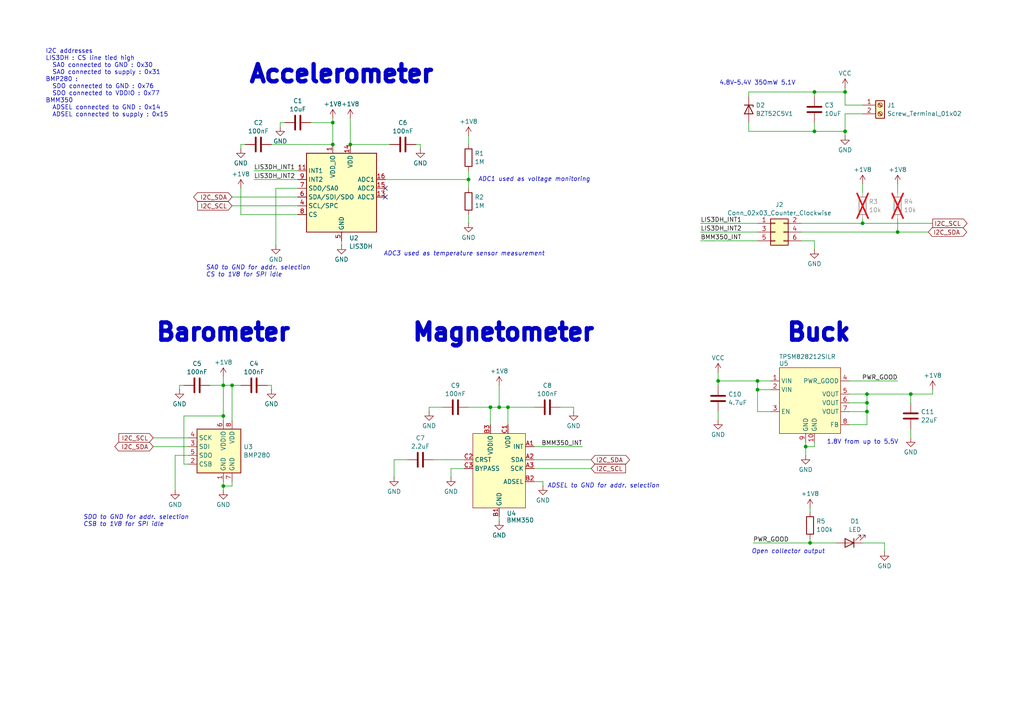
<source format=kicad_sch>
(kicad_sch (version 20231120) (generator "eeschema") (generator_version "8.0")
  (paper "A4")
  (title_block (title "imu-geoloc") (date "2025-02-22") (rev "A00"))
  (lib_symbols
    (symbol "Connector:Screw_Terminal_01x02" (pin_names (offset 1.016) hide)
      (property "Reference" "J" (at 0 2.54 0))
      (property "Value" "Screw_Terminal_01x02" (at 0 -5.08 0))
      (symbol "Screw_Terminal_01x02_1_1"
        (rectangle (start -1.27 1.27) (end 1.27 -3.81) (stroke (width 0.254)) (fill (type background)))
        (circle (center 0 -2.54) (radius 0.635) (stroke (width 0.1524)))
        (polyline (pts (xy -0.5334 -2.2098) (xy 0.3302 -3.048)) (stroke (width 0.1524)))
        (polyline (pts (xy -0.5334 0.3302) (xy 0.3302 -0.508)) (stroke (width 0.1524)))
        (polyline (pts (xy -0.3556 -2.032) (xy 0.508 -2.8702)) (stroke (width 0.1524)))
        (polyline (pts (xy -0.3556 0.508) (xy 0.508 -0.3302)) (stroke (width 0.1524)))
        (circle (center 0 0) (radius 0.635) (stroke (width 0.1524)))
        (pin passive line (at -5.08 0 0) (length 3.81) (name "Pin_1") (number "1"))
        (pin passive line (at -5.08 -2.54 0) (length 3.81) (name "Pin_2") (number "2"))
      )
    )
    (symbol "Connector_Generic:Conn_02x03_Odd_Even" (pin_names (offset 1.016) hide)
      (property "Reference" "J" (at 1.27 5.08 0))
      (property "Value" "Conn_02x03_Odd_Even" (at 1.27 -5.08 0))
      (symbol "Conn_02x03_Odd_Even_1_1"
        (rectangle (start -1.27 -2.413) (end 0 -2.667) (stroke (width 0.1524)))
        (rectangle (start -1.27 0.127) (end 0 -0.127) (stroke (width 0.1524)))
        (rectangle (start -1.27 2.667) (end 0 2.413) (stroke (width 0.1524)))
        (rectangle (start -1.27 3.81) (end 3.81 -3.81) (stroke (width 0.254)) (fill (type background)))
        (rectangle (start 3.81 -2.413) (end 2.54 -2.667) (stroke (width 0.1524)))
        (rectangle (start 3.81 0.127) (end 2.54 -0.127) (stroke (width 0.1524)))
        (rectangle (start 3.81 2.667) (end 2.54 2.413) (stroke (width 0.1524)))
        (pin passive line (at -5.08 2.54 0) (length 3.81) (name "Pin_1") (number "1"))
        (pin passive line (at 7.62 2.54 180) (length 3.81) (name "Pin_2") (number "2"))
        (pin passive line (at -5.08 0 0) (length 3.81) (name "Pin_3") (number "3"))
        (pin passive line (at 7.62 0 180) (length 3.81) (name "Pin_4") (number "4"))
        (pin passive line (at -5.08 -2.54 0) (length 3.81) (name "Pin_5") (number "5"))
        (pin passive line (at 7.62 -2.54 180) (length 3.81) (name "Pin_6") (number "6"))
      )
    )
    (symbol "Device:C" (pin_numbers hide) (pin_names (offset 0.254))
      (property "Reference" "C" (at 0.635 2.54 0))
      (property "Value" "C" (at 0.635 -2.54 0))
      (symbol "C_0_1"
        (polyline (pts (xy -2.032 -0.762) (xy 2.032 -0.762)) (stroke (width 0.508)))
        (polyline (pts (xy -2.032 0.762) (xy 2.032 0.762)) (stroke (width 0.508)))
      )
      (symbol "C_1_1"
        (pin passive line (at 0 3.81 270) (length 2.794) (name "~") (number "1"))
        (pin passive line (at 0 -3.81 90) (length 2.794) (name "~") (number "2"))
      )
    )
    (symbol "Device:D_Zener" (pin_numbers hide) (pin_names (offset 1.016) hide)
      (property "Reference" "D" (at 0 2.54 0))
      (property "Value" "D_Zener" (at 0 -2.54 0))
      (symbol "D_Zener_0_1"
        (polyline (pts (xy 1.27 0) (xy -1.27 0)))
        (polyline (pts (xy -1.27 -1.27) (xy -1.27 1.27) (xy -0.762 1.27)) (stroke (width 0.254)))
        (polyline (pts (xy 1.27 -1.27) (xy 1.27 1.27) (xy -1.27 0) (xy 1.27 -1.27)) (stroke (width 0.254)))
      )
      (symbol "D_Zener_1_1"
        (pin passive line (at -3.81 0 0) (length 2.54) (name "K") (number "1"))
        (pin passive line (at 3.81 0 180) (length 2.54) (name "A") (number "2"))
      )
    )
    (symbol "Device:LED" (pin_numbers hide) (pin_names (offset 1.016) hide)
      (property "Reference" "D" (at 0 2.54 0))
      (property "Value" "LED" (at 0 -2.54 0))
      (symbol "LED_0_1"
        (polyline (pts (xy -1.27 -1.27) (xy -1.27 1.27)) (stroke (width 0.254)))
        (polyline (pts (xy -1.27 0) (xy 1.27 0)))
        (polyline (pts (xy 1.27 -1.27) (xy 1.27 1.27) (xy -1.27 0) (xy 1.27 -1.27)) (stroke (width 0.254)))
        (polyline (pts (xy -3.048 -0.762) (xy -4.572 -2.286) (xy -3.81 -2.286) (xy -4.572 -2.286) (xy -4.572 -1.524)))
        (polyline (pts (xy -1.778 -0.762) (xy -3.302 -2.286) (xy -2.54 -2.286) (xy -3.302 -2.286) (xy -3.302 -1.524)))
      )
      (symbol "LED_1_1"
        (pin passive line (at -3.81 0 0) (length 2.54) (name "K") (number "1"))
        (pin passive line (at 3.81 0 180) (length 2.54) (name "A") (number "2"))
      )
    )
    (symbol "Device:R" (pin_numbers hide) (pin_names (offset 0))
      (property "Reference" "R" (at 2.032 0 90))
      (property "Value" "R" (at 0 0 90))
      (symbol "R_0_1"
        (rectangle (start -1.016 -2.54) (end 1.016 2.54) (stroke (width 0.254)))
      )
      (symbol "R_1_1"
        (pin passive line (at 0 3.81 270) (length 1.27) (name "~") (number "1"))
        (pin passive line (at 0 -3.81 90) (length 1.27) (name "~") (number "2"))
      )
    )
    (symbol "Sensor_Motion:LIS3DH"
      (property "Reference" "U" (at -7.62 11.43 0))
      (property "Value" "LIS3DH" (at 6.35 11.43 0))
      (symbol "LIS3DH_0_1"
        (rectangle (start -10.16 10.16) (end 10.16 -12.7) (stroke (width 0.254)) (fill (type background)))
      )
      (symbol "LIS3DH_1_1"
        (pin power_in line (at -2.54 12.7 270) (length 2.54) (name "VDD_IO") (number "1"))
        (pin passive line (at 0 -15.24 90) (length 2.54) hide (name "GND") (number "10"))
        (pin output line (at -12.7 5.08 0) (length 2.54) (name "INT1") (number "11"))
        (pin passive line (at 0 -15.24 90) (length 2.54) hide (name "GND") (number "12"))
        (pin input line (at 12.7 -2.54 180) (length 2.54) (name "ADC3") (number "13"))
        (pin power_in line (at 2.54 12.7 270) (length 2.54) (name "VDD") (number "14"))
        (pin input line (at 12.7 0 180) (length 2.54) (name "ADC2") (number "15"))
        (pin input line (at 12.7 2.54 180) (length 2.54) (name "ADC1") (number "16"))
        (pin no_connect line (at 10.16 5.08 180) (length 2.54) hide (name "NC") (number "2"))
        (pin no_connect line (at 10.16 7.62 180) (length 2.54) hide (name "NC") (number "3"))
        (pin input line (at -12.7 -5.08 0) (length 2.54) (name "SCL/SPC") (number "4"))
        (pin power_in line (at 0 -15.24 90) (length 2.54) (name "GND") (number "5"))
        (pin bidirectional line (at -12.7 -2.54 0) (length 2.54) (name "SDA/SDI/SDO") (number "6"))
        (pin bidirectional line (at -12.7 0 0) (length 2.54) (name "SDO/SA0") (number "7"))
        (pin input line (at -12.7 -7.62 0) (length 2.54) (name "CS") (number "8"))
        (pin output line (at -12.7 2.54 0) (length 2.54) (name "INT2") (number "9"))
      )
    )
    (symbol "Sensor_Pressure:BMP280"
      (property "Reference" "U" (at -7.62 10.16 0))
      (property "Value" "BMP280" (at 5.08 10.16 0))
      (symbol "BMP280_0_1"
        (rectangle (start -7.62 -5.08) (end 5.08 7.62) (stroke (width 0.254)) (fill (type background)))
      )
      (symbol "BMP280_1_1"
        (pin power_in line (at 0 -7.62 90) (length 2.54) (name "GND") (number "1"))
        (pin input line (at -10.16 -2.54 0) (length 2.54) (name "CSB") (number "2"))
        (pin bidirectional line (at -10.16 2.54 0) (length 2.54) (name "SDI") (number "3"))
        (pin input line (at -10.16 5.08 0) (length 2.54) (name "SCK") (number "4"))
        (pin bidirectional line (at -10.16 0 0) (length 2.54) (name "SDO") (number "5"))
        (pin power_in line (at 0 10.16 270) (length 2.54) (name "VDDIO") (number "6"))
        (pin power_in line (at 2.54 -7.62 90) (length 2.54) (name "GND") (number "7"))
        (pin power_in line (at 2.54 10.16 270) (length 2.54) (name "VDD") (number "8"))
      )
    )
    (symbol "imu-geoloc_lib:BMM350"
      (property "Reference" "U4" (at 2.1941 -14.2931 0))
      (property "Value" "BMM350" (at 6.096 -16.256 0))
      (symbol "BMM350_0_0"
        (pin output line (at 10.16 5.08 180) (length 2.54) (name "INT") (number "A1"))
        (pin bidirectional line (at 10.16 1.27 180) (length 2.54) (name "SDA") (number "A2"))
        (pin bidirectional line (at 10.16 -1.27 180) (length 2.54) (name "SCK") (number "A3"))
        (pin bidirectional line (at 0 -15.24 90) (length 2.54) (name "GND") (number "B1"))
        (pin bidirectional line (at 10.16 -5.08 180) (length 2.54) (name "ADSEL") (number "B2"))
        (pin power_in line (at -2.54 11.43 270) (length 2.54) (name "VDDIO") (number "B3"))
        (pin power_in line (at 2.54 11.43 270) (length 2.54) (name "VDD") (number "C1"))
        (pin bidirectional line (at -10.16 1.27 0) (length 2.54) (name "CRST") (number "C2"))
        (pin bidirectional line (at -10.16 -1.27 0) (length 2.54) (name "BYPASS") (number "C3"))
      )
      (symbol "BMM350_1_1"
        (rectangle (start -7.62 8.89) (end 7.62 -12.7) (fill (type background)))
      )
    )
    (symbol "imu-geoloc_lib:TPSM828212SILR"
      (property "Reference" "U5" (at 0 6.6731 0))
      (property "Value" "TPSM828212SILR" (at 6.858 8.636 0))
      (symbol "TPSM828212SILR_0_0"
        (pin power_in line (at -11.43 1.27 0) (length 2.54) (name "VIN") (number "1"))
        (pin bidirectional line (at 1.27 -16.51 90) (length 2.54) (name "GND") (number "10"))
        (pin power_in line (at -11.43 -1.27 0) (length 2.54) (name "VIN") (number "2"))
        (pin input line (at -11.43 -7.62 0) (length 2.54) (name "EN") (number "3"))
        (pin power_out line (at 11.43 -2.54 180) (length 2.54) (name "VOUT") (number "5"))
        (pin power_out line (at 11.43 -5.08 180) (length 2.54) (name "VOUT") (number "6"))
        (pin power_out line (at 11.43 -7.62 180) (length 2.54) (name "VOUT") (number "7"))
        (pin input line (at 11.43 -11.43 180) (length 2.54) (name "FB") (number "8"))
        (pin bidirectional line (at -1.27 -16.51 90) (length 2.54) (name "GND") (number "9"))
      )
      (symbol "TPSM828212SILR_1_0"
        (pin open_collector line (at 11.43 1.27 180) (length 2.54) (name "PWR_GOOD") (number "4"))
      )
      (symbol "TPSM828212SILR_1_1"
        (rectangle (start -8.89 5.08) (end 8.89 -13.97) (fill (type background)))
      )
    )
    (symbol "power:+1V8" (power) (pin_numbers hide) (pin_names (offset 0) hide)
      (property "Value" "+1V8" (at 0 3.556 0))
      (symbol "+1V8_0_1"
        (polyline (pts (xy -0.762 1.27) (xy 0 2.54)))
        (polyline (pts (xy 0 0) (xy 0 2.54)))
        (polyline (pts (xy 0 2.54) (xy 0.762 1.27)))
      )
      (symbol "+1V8_1_1"
        (pin power_in line (at 0 0 90) (length 0) (name "~") (number "1"))
      )
    )
    (symbol "power:GND" (power) (pin_numbers hide) (pin_names (offset 0) hide)
      (property "Value" "GND" (at 0 -3.81 0))
      (symbol "GND_0_1"
        (polyline (pts (xy 0 0) (xy 0 -1.27) (xy 1.27 -1.27) (xy 0 -2.54) (xy -1.27 -1.27) (xy 0 -1.27)))
      )
      (symbol "GND_1_1"
        (pin power_in line (at 0 0 270) (length 0) (name "~") (number "1"))
      )
    )
    (symbol "power:VCC" (power) (pin_numbers hide) (pin_names (offset 0) hide)
      (property "Value" "VCC" (at 0 3.556 0))
      (symbol "VCC_0_1"
        (polyline (pts (xy -0.762 1.27) (xy 0 2.54)))
        (polyline (pts (xy 0 0) (xy 0 2.54)))
        (polyline (pts (xy 0 2.54) (xy 0.762 1.27)))
      )
      (symbol "VCC_1_1"
        (pin power_in line (at 0 0 90) (length 0) (name "~") (number "1"))
      )
    )
  )
  (junction (at 96.52 41.91))
  (junction (at 260.35 67.31))
  (junction (at 147.32 118.11))
  (junction (at 251.46 114.3))
  (junction (at 101.6 41.91))
  (junction (at 64.77 111.76))
  (junction (at 219.71 113.03))
  (junction (at 251.46 116.84))
  (junction (at 142.24 118.11))
  (junction (at 236.22 38.1))
  (junction (at 135.89 52.07))
  (junction (at 208.28 110.49))
  (junction (at 245.11 38.1))
  (junction (at 250.19 64.77))
  (junction (at 236.22 26.67))
  (junction (at 67.31 111.76))
  (junction (at 245.11 26.67))
  (junction (at 234.95 157.48))
  (junction (at 233.68 129.54))
  (junction (at 144.78 118.11))
  (junction (at 64.77 140.97))
  (junction (at 96.52 35.56))
  (junction (at 64.77 120.65))
  (junction (at 219.71 110.49))
  (junction (at 264.16 114.3))
  (junction (at 251.46 119.38))
  (no_connect (at 111.76 54.61))
  (no_connect (at 111.76 57.15))
  (wire (pts (xy 236.22 26.67) (xy 217.17 26.67)))
  (wire (pts (xy 232.41 67.31) (xy 260.35 67.31)))
  (wire (pts (xy 111.76 52.07) (xy 135.89 52.07)))
  (wire (pts (xy 245.11 30.48) (xy 245.11 26.67)))
  (wire (pts (xy 101.6 41.91) (xy 113.03 41.91)))
  (wire (pts (xy 53.34 120.65) (xy 64.77 120.65)))
  (wire (pts (xy 245.11 38.1) (xy 245.11 39.37)))
  (wire (pts (xy 78.74 41.91) (xy 96.52 41.91)))
  (wire (pts (xy 144.78 118.11) (xy 147.32 118.11)))
  (wire (pts (xy 246.38 116.84) (xy 251.46 116.84)))
  (wire (pts (xy 260.35 63.5) (xy 260.35 67.31)))
  (wire (pts (xy 135.89 39.37) (xy 135.89 41.91)))
  (wire (pts (xy 246.38 123.19) (xy 251.46 123.19)))
  (wire (pts (xy 69.85 41.91) (xy 69.85 43.18)))
  (wire (pts (xy 77.47 111.76) (xy 78.74 111.76)))
  (wire (pts (xy 250.19 30.48) (xy 245.11 30.48)))
  (wire (pts (xy 86.36 62.23) (xy 69.85 62.23)))
  (wire (pts (xy 219.71 110.49) (xy 208.28 110.49)))
  (wire (pts (xy 80.01 54.61) (xy 80.01 71.12)))
  (wire (pts (xy 251.46 114.3) (xy 264.16 114.3)))
  (wire (pts (xy 218.44 157.48) (xy 234.95 157.48)))
  (wire (pts (xy 90.17 35.56) (xy 96.52 35.56)))
  (wire (pts (xy 44.45 129.54) (xy 54.61 129.54)))
  (wire (pts (xy 67.31 111.76) (xy 69.85 111.76)))
  (wire (pts (xy 81.28 35.56) (xy 81.28 36.83)))
  (wire (pts (xy 236.22 128.27) (xy 236.22 129.54)))
  (wire (pts (xy 125.73 133.35) (xy 134.62 133.35)))
  (wire (pts (xy 246.38 119.38) (xy 251.46 119.38)))
  (wire (pts (xy 203.2 69.85) (xy 219.71 69.85)))
  (wire (pts (xy 236.22 26.67) (xy 245.11 26.67)))
  (wire (pts (xy 251.46 116.84) (xy 251.46 114.3)))
  (wire (pts (xy 223.52 113.03) (xy 219.71 113.03)))
  (wire (pts (xy 67.31 57.15) (xy 86.36 57.15)))
  (wire (pts (xy 250.19 63.5) (xy 250.19 64.77)))
  (wire (pts (xy 250.19 64.77) (xy 270.51 64.77)))
  (wire (pts (xy 217.17 26.67) (xy 217.17 27.94)))
  (wire (pts (xy 99.06 69.85) (xy 99.06 71.12)))
  (wire (pts (xy 78.74 111.76) (xy 78.74 113.03)))
  (wire (pts (xy 101.6 34.29) (xy 101.6 41.91)))
  (wire (pts (xy 256.54 157.48) (xy 256.54 160.02)))
  (wire (pts (xy 114.3 133.35) (xy 114.3 138.43)))
  (wire (pts (xy 69.85 54.61) (xy 69.85 62.23)))
  (wire (pts (xy 54.61 134.62) (xy 53.34 134.62)))
  (wire (pts (xy 250.19 33.02) (xy 245.11 33.02)))
  (wire (pts (xy 135.89 49.53) (xy 135.89 52.07)))
  (wire (pts (xy 251.46 119.38) (xy 251.46 116.84)))
  (wire (pts (xy 154.94 133.35) (xy 171.45 133.35)))
  (wire (pts (xy 142.24 118.11) (xy 142.24 123.19)))
  (wire (pts (xy 208.28 107.95) (xy 208.28 110.49)))
  (wire (pts (xy 250.19 157.48) (xy 256.54 157.48)))
  (wire (pts (xy 154.94 129.54) (xy 168.91 129.54)))
  (wire (pts (xy 64.77 109.22) (xy 64.77 111.76)))
  (wire (pts (xy 250.19 53.34) (xy 250.19 55.88)))
  (wire (pts (xy 147.32 118.11) (xy 154.94 118.11)))
  (wire (pts (xy 64.77 120.65) (xy 64.77 121.92)))
  (wire (pts (xy 118.11 133.35) (xy 114.3 133.35)))
  (wire (pts (xy 96.52 35.56) (xy 96.52 41.91)))
  (wire (pts (xy 251.46 123.19) (xy 251.46 119.38)))
  (wire (pts (xy 217.17 38.1) (xy 236.22 38.1)))
  (wire (pts (xy 53.34 134.62) (xy 53.34 120.65)))
  (wire (pts (xy 130.81 138.43) (xy 130.81 135.89)))
  (wire (pts (xy 86.36 54.61) (xy 80.01 54.61)))
  (wire (pts (xy 147.32 118.11) (xy 147.32 123.19)))
  (wire (pts (xy 135.89 52.07) (xy 135.89 54.61)))
  (wire (pts (xy 236.22 38.1) (xy 245.11 38.1)))
  (wire (pts (xy 144.78 111.76) (xy 144.78 118.11)))
  (wire (pts (xy 233.68 129.54) (xy 233.68 132.08)))
  (wire (pts (xy 236.22 35.56) (xy 236.22 38.1)))
  (wire (pts (xy 142.24 118.11) (xy 144.78 118.11)))
  (wire (pts (xy 264.16 114.3) (xy 264.16 116.84)))
  (wire (pts (xy 60.96 111.76) (xy 64.77 111.76)))
  (wire (pts (xy 236.22 129.54) (xy 233.68 129.54)))
  (wire (pts (xy 128.27 118.11) (xy 124.46 118.11)))
  (wire (pts (xy 234.95 156.21) (xy 234.95 157.48)))
  (wire (pts (xy 135.89 118.11) (xy 142.24 118.11)))
  (wire (pts (xy 245.11 26.67) (xy 245.11 25.4)))
  (wire (pts (xy 264.16 124.46) (xy 264.16 127)))
  (wire (pts (xy 260.35 67.31) (xy 269.24 67.31)))
  (wire (pts (xy 144.78 149.86) (xy 144.78 151.13)))
  (wire (pts (xy 71.12 41.91) (xy 69.85 41.91)))
  (wire (pts (xy 154.94 139.7) (xy 157.48 139.7)))
  (wire (pts (xy 50.8 132.08) (xy 50.8 142.24)))
  (wire (pts (xy 120.65 41.91) (xy 121.92 41.91)))
  (wire (pts (xy 236.22 69.85) (xy 236.22 72.39)))
  (wire (pts (xy 52.07 111.76) (xy 52.07 113.03)))
  (wire (pts (xy 130.81 135.89) (xy 134.62 135.89)))
  (wire (pts (xy 53.34 111.76) (xy 52.07 111.76)))
  (wire (pts (xy 44.45 127) (xy 54.61 127)))
  (wire (pts (xy 166.37 118.11) (xy 166.37 119.38)))
  (wire (pts (xy 270.51 113.03) (xy 270.51 114.3)))
  (wire (pts (xy 67.31 111.76) (xy 67.31 121.92)))
  (wire (pts (xy 246.38 114.3) (xy 251.46 114.3)))
  (wire (pts (xy 64.77 140.97) (xy 64.77 142.24)))
  (wire (pts (xy 54.61 132.08) (xy 50.8 132.08)))
  (wire (pts (xy 124.46 118.11) (xy 124.46 119.38)))
  (wire (pts (xy 64.77 139.7) (xy 64.77 140.97)))
  (wire (pts (xy 223.52 119.38) (xy 219.71 119.38)))
  (wire (pts (xy 67.31 59.69) (xy 86.36 59.69)))
  (wire (pts (xy 264.16 114.3) (xy 270.51 114.3)))
  (wire (pts (xy 236.22 27.94) (xy 236.22 26.67)))
  (wire (pts (xy 208.28 110.49) (xy 208.28 111.76)))
  (wire (pts (xy 232.41 69.85) (xy 236.22 69.85)))
  (wire (pts (xy 67.31 140.97) (xy 64.77 140.97)))
  (wire (pts (xy 73.66 52.07) (xy 86.36 52.07)))
  (wire (pts (xy 232.41 64.77) (xy 250.19 64.77)))
  (wire (pts (xy 157.48 139.7) (xy 157.48 140.97)))
  (wire (pts (xy 245.11 33.02) (xy 245.11 38.1)))
  (wire (pts (xy 217.17 35.56) (xy 217.17 38.1)))
  (wire (pts (xy 96.52 34.29) (xy 96.52 35.56)))
  (wire (pts (xy 73.66 49.53) (xy 86.36 49.53)))
  (wire (pts (xy 121.92 41.91) (xy 121.92 43.18)))
  (wire (pts (xy 233.68 128.27) (xy 233.68 129.54)))
  (wire (pts (xy 203.2 67.31) (xy 219.71 67.31)))
  (wire (pts (xy 219.71 119.38) (xy 219.71 113.03)))
  (wire (pts (xy 234.95 147.32) (xy 234.95 148.59)))
  (wire (pts (xy 154.94 135.89) (xy 171.45 135.89)))
  (wire (pts (xy 203.2 64.77) (xy 219.71 64.77)))
  (wire (pts (xy 223.52 110.49) (xy 219.71 110.49)))
  (wire (pts (xy 67.31 139.7) (xy 67.31 140.97)))
  (wire (pts (xy 64.77 111.76) (xy 67.31 111.76)))
  (wire (pts (xy 208.28 119.38) (xy 208.28 121.92)))
  (wire (pts (xy 162.56 118.11) (xy 166.37 118.11)))
  (wire (pts (xy 64.77 111.76) (xy 64.77 120.65)))
  (wire (pts (xy 234.95 157.48) (xy 242.57 157.48)))
  (wire (pts (xy 246.38 110.49) (xy 260.35 110.49)))
  (wire (pts (xy 135.89 62.23) (xy 135.89 64.77)))
  (wire (pts (xy 260.35 53.34) (xy 260.35 55.88)))
  (wire (pts (xy 82.55 35.56) (xy 81.28 35.56)))
  (wire (pts (xy 219.71 113.03) (xy 219.71 110.49)))
  (text "SDO to GND for addr. selection\nCSB to 1V8 for SPI idle" (at 24.13 151.13 0) (effects (font (size 1.27 1.27) (italic yes)) (justify left)))
  (text "1.8V from up to 5.5V" (at 250.19 128.27 0) (effects (font (size 1.27 1.27))))
  (text "ADC1 used as voltage monitoring" (at 154.94 52.07 0) (effects (font (size 1.27 1.27) (italic yes))))
  (text "I2C addresses\nLIS3DH : CS line tied high\n  SA0 connected to GND : 0x30\n  SA0 connected to supply : 0x31\nBMP280 : \n  SDO connected to GND : 0x76\n  SDO connected to VDDIO : 0x77\nBMM350\n  ADSEL connected to GND : 0x14\n  ADSEL connected to supply : 0x15" (at 13.208 24.13 0) (effects (font (size 1.27 1.27)) (justify left)))
  (text "Magnetometer" (at 146.05 96.52 0) (effects (font (size 5 5) (thickness 2) (bold yes))))
  (text "Open collector output" (at 228.6 160.02 0) (effects (font (size 1.27 1.27) (italic yes))))
  (text "ADC3 used as temperature sensor measurement" (at 134.62 73.66 0) (effects (font (size 1.27 1.27) (italic yes))))
  (text "ADSEL to GND for addr. selection" (at 158.75 140.97 0) (effects (font (size 1.27 1.27) (italic yes)) (justify left)))
  (text "Accelerometer" (at 99.06 21.59 0) (effects (font (size 5 5) (thickness 2) (bold yes))))
  (text "Buck" (at 237.49 96.52 0) (effects (font (size 5 5) (thickness 2) (bold yes))))
  (text "Barometer" (at 64.77 96.52 0) (effects (font (size 5 5) (thickness 2) (bold yes))))
  (text "4.8V~5.4V 350mW 5.1V" (at 219.71 24.13 0) (effects (font (size 1.27 1.27))))
  (text "SA0 to GND for addr. selection\nCS to 1V8 for SPI idle" (at 59.69 78.74 0) (effects (font (size 1.27 1.27) (italic yes)) (justify left)))
  (label "LIS3DH_INT1" (at 203.2 64.77 0))
  (label "LIS3DH_INT2" (at 203.2 67.31 0))
  (label "BMM350_INT" (at 203.2 69.85 0))
  (label "PWR_GOOD" (at 260.35 110.49 180))
  (label "PWR_GOOD" (at 218.44 157.48 0))
  (label "BMM350_INT" (at 168.91 129.54 180))
  (label "LIS3DH_INT1" (at 73.66 49.53 0))
  (label "LIS3DH_INT2" (at 73.66 52.07 0))
  (global_label "I2C_SCL" (shape output) (at 270.51 64.77 0) (property "Intersheetrefs" "${INTERSHEET_REFS}" (effects (hide yes))))
  (global_label "I2C_SCL" (shape input) (at 67.31 59.69 180) (property "Intersheetrefs" "${INTERSHEET_REFS}" (effects (hide yes))))
  (global_label "I2C_SDA" (shape bidirectional) (at 67.31 57.15 180) (property "Intersheetrefs" "${INTERSHEET_REFS}" (effects (hide yes))))
  (global_label "I2C_SDA" (shape bidirectional) (at 44.45 129.54 180) (property "Intersheetrefs" "${INTERSHEET_REFS}" (effects (hide yes))))
  (global_label "I2C_SDA" (shape bidirectional) (at 269.24 67.31 0) (property "Intersheetrefs" "${INTERSHEET_REFS}" (effects (hide yes))))
  (global_label "I2C_SDA" (shape bidirectional) (at 171.45 133.35 0) (property "Intersheetrefs" "${INTERSHEET_REFS}" (effects (hide yes))))
  (global_label "I2C_SCL" (shape input) (at 171.45 135.89 0) (property "Intersheetrefs" "${INTERSHEET_REFS}" (effects (hide yes))))
  (global_label "I2C_SCL" (shape input) (at 44.45 127 180) (property "Intersheetrefs" "${INTERSHEET_REFS}" (effects (hide yes))))
  (symbol (lib_id "power:+1V8") (at 69.85 54.61 0) (unit 1)
    (property "Reference" "#PWR010" (effects (hide yes)))
    (property "Value" "+1V8" (at 69.85 50.4769 0))
    (property "Description" "Power symbol creates a global label with name \"+1V8\"" (effects (hide yes)))
  )
  (symbol (lib_id "Device:D_Zener") (at 217.17 31.75 270) (unit 1)
    (property "Reference" "D2" (at 219.202 30.5378 90) (effects (justify left)))
    (property "Value" "BZT52C5V1" (at 219.202 32.9621 90) (effects (justify left)))
    (property "Footprint" "Diode_SMD:D_SOD-123" (effects (hide yes)))
    (property "Datasheet" "https://jlcpcb.com/api/file/downloadByFileSystemAccessId/8579710347722620928" (effects (hide yes)))
    (property "Description" "Zener diode" (effects (hide yes)))
  )
  (symbol (lib_id "power:GND") (at 80.01 71.12 0) (unit 1)
    (property "Reference" "#PWR09" (effects (hide yes)))
    (property "Value" "GND" (at 80.01 75.2531 0))
    (property "Description" "Power symbol creates a global label with name \"GND\" , ground" (effects (hide yes)))
  )
  (symbol (lib_id "Device:R") (at 135.89 45.72 0) (unit 1)
    (property "Reference" "R1" (at 137.668 44.5078 0) (effects (justify left)))
    (property "Value" "1M" (at 137.668 46.9321 0) (effects (justify left)))
    (property "Footprint" "Resistor_SMD:R_0603_1608Metric" (effects (hide yes)))
    (property "Description" "Resistor" (effects (hide yes)))
  )
  (symbol (lib_id "Device:C") (at 132.08 118.11 90) (unit 1)
    (property "Reference" "C9" (at 132.08 111.8065 90))
    (property "Value" "100nF" (at 132.08 114.2308 90))
    (property "Footprint" "Capacitor_SMD:C_0603_1608Metric" (effects (hide yes)))
    (property "Description" "Unpolarized capacitor" (effects (hide yes)))
  )
  (symbol (lib_id "power:GND") (at 144.78 151.13 0) (unit 1)
    (property "Reference" "#PWR021" (effects (hide yes)))
    (property "Value" "GND" (at 144.78 155.2631 0))
    (property "Description" "Power symbol creates a global label with name \"GND\" , ground" (effects (hide yes)))
  )
  (symbol (lib_id "power:+1V8") (at 250.19 53.34 0) (unit 1)
    (property "Reference" "#PWR034" (effects (hide yes)))
    (property "Value" "+1V8" (at 250.19 49.2069 0))
    (property "Description" "Power symbol creates a global label with name \"+1V8\"" (effects (hide yes)))
  )
  (symbol (lib_id "Sensor_Motion:LIS3DH") (at 99.06 54.61 0) (unit 1)
    (property "Reference" "U2" (at 101.2541 69.0301 0) (effects (justify left)))
    (property "Value" "LIS3DH" (at 101.2541 71.4544 0) (effects (justify left)))
    (property "Footprint" "Package_LGA:LGA-16_3x3mm_P0.5mm_LayoutBorder3x5y" (effects (hide yes)))
    (property "Datasheet" "https://www.st.com/resource/en/datasheet/cd00274221.pdf" (effects (hide yes)))
    (property "Description" "3-Axis Accelerometer, 2/4/8/16g range, I2C/SPI interface, LGA-16" (effects (hide yes)))
  )
  (symbol (lib_id "Device:C") (at 236.22 31.75 0) (unit 1)
    (property "Reference" "C3" (at 239.141 30.5378 0) (effects (justify left)))
    (property "Value" "10uF" (at 239.141 32.9621 0) (effects (justify left)))
    (property "Footprint" "Capacitor_SMD:C_0805_2012Metric" (effects (hide yes)))
    (property "Description" "Unpolarized capacitor" (effects (hide yes)))
  )
  (symbol (lib_id "power:+1V8") (at 270.51 113.03 0) (unit 1)
    (property "Reference" "#PWR029" (effects (hide yes)))
    (property "Value" "+1V8" (at 270.51 108.8969 0))
    (property "Description" "Power symbol creates a global label with name \"+1V8\"" (effects (hide yes)))
  )
  (symbol (lib_id "power:GND") (at 166.37 119.38 0) (unit 1)
    (property "Reference" "#PWR023" (effects (hide yes)))
    (property "Value" "GND" (at 166.37 123.5131 0))
    (property "Description" "Power symbol creates a global label with name \"GND\" , ground" (effects (hide yes)))
  )
  (symbol (lib_id "imu-geoloc_lib:TPSM828212SILR") (at 234.95 111.76 0) (unit 1)
    (property "Reference" "U5" (at 227.33 105.41 0))
    (property "Value" "TPSM828212SILR" (at 234.188 103.4471 0))
    (property "Footprint" "imu-geoloc_lib:uSIP10" (effects (hide yes)))
    (property "Datasheet" "https://www.ti.com/lit/ds/symlink/tpsm82823.pdf" (effects (hide yes)))
    (property "Description" " 1-A, 2-A, and 3-A High Efficiency Step-Down Converter MicroSiP™ Power Module with Integrated Inductor" (effects (hide yes)))
  )
  (symbol (lib_id "power:GND") (at 130.81 138.43 0) (unit 1)
    (property "Reference" "#PWR020" (effects (hide yes)))
    (property "Value" "GND" (at 130.81 142.5631 0))
    (property "Description" "Power symbol creates a global label with name \"GND\" , ground" (effects (hide yes)))
  )
  (symbol (lib_id "Connector_Generic:Conn_02x03_Odd_Even") (at 224.79 67.31 0) (unit 1)
    (property "Reference" "J2" (at 226.06 59.3555 0))
    (property "Value" "Conn_02x03_Counter_Clockwise" (at 226.06 61.7798 0))
    (property "Footprint" "Connector_PinHeader_2.54mm:PinHeader_2x03_P2.54mm_Vertical" (effects (hide yes)))
    (property "Description" "Generic connector, double row, 02x03, odd/even pin numbering scheme (row 1 odd numbers, row 2 even numbers), script generated (kicad-library-utils/schlib/autogen/connector/)" (effects (hide yes)))
  )
  (symbol (lib_id "power:GND") (at 50.8 142.24 0) (unit 1)
    (property "Reference" "#PWR018" (effects (hide yes)))
    (property "Value" "GND" (at 50.8 146.3731 0))
    (property "Description" "Power symbol creates a global label with name \"GND\" , ground" (effects (hide yes)))
  )
  (symbol (lib_id "power:GND") (at 99.06 71.12 0) (unit 1)
    (property "Reference" "#PWR03" (effects (hide yes)))
    (property "Value" "GND" (at 99.06 75.2531 0))
    (property "Description" "Power symbol creates a global label with name \"GND\" , ground" (effects (hide yes)))
  )
  (symbol (lib_id "Device:C") (at 74.93 41.91 90) (unit 1)
    (property "Reference" "C2" (at 74.93 35.6065 90))
    (property "Value" "100nF" (at 74.93 38.0308 90))
    (property "Footprint" "Capacitor_SMD:C_0603_1608Metric" (effects (hide yes)))
    (property "Description" "Unpolarized capacitor" (effects (hide yes)))
  )
  (symbol (lib_id "power:+1V8") (at 135.89 39.37 0) (unit 1)
    (property "Reference" "#PWR02" (effects (hide yes)))
    (property "Value" "+1V8" (at 135.89 35.2369 0))
    (property "Description" "Power symbol creates a global label with name \"+1V8\"" (effects (hide yes)))
  )
  (symbol (lib_id "power:+1V8") (at 101.6 34.29 0) (unit 1)
    (property "Reference" "#PWR015" (effects (hide yes)))
    (property "Value" "+1V8" (at 101.6 30.1569 0))
    (property "Description" "Power symbol creates a global label with name \"+1V8\"" (effects (hide yes)))
  )
  (symbol (lib_id "power:GND") (at 256.54 160.02 0) (unit 1)
    (property "Reference" "#PWR031" (effects (hide yes)))
    (property "Value" "GND" (at 256.54 164.1531 0))
    (property "Description" "Power symbol creates a global label with name \"GND\" , ground" (effects (hide yes)))
  )
  (symbol (lib_id "power:GND") (at 208.28 121.92 0) (unit 1)
    (property "Reference" "#PWR026" (effects (hide yes)))
    (property "Value" "GND" (at 208.28 126.0531 0))
    (property "Description" "Power symbol creates a global label with name \"GND\" , ground" (effects (hide yes)))
  )
  (symbol (lib_id "power:GND") (at 81.28 36.83 0) (unit 1)
    (property "Reference" "#PWR05" (effects (hide yes)))
    (property "Value" "GND" (at 81.28 40.9631 0))
    (property "Description" "Power symbol creates a global label with name \"GND\" , ground" (effects (hide yes)))
  )
  (symbol (lib_id "power:GND") (at 121.92 43.18 0) (mirror y) (unit 1)
    (property "Reference" "#PWR016" (effects (hide yes)))
    (property "Value" "GND" (at 121.92 47.3131 0))
    (property "Description" "Power symbol creates a global label with name \"GND\" , ground" (effects (hide yes)))
  )
  (symbol (lib_id "power:+1V8") (at 234.95 147.32 0) (unit 1)
    (property "Reference" "#PWR032" (effects (hide yes)))
    (property "Value" "+1V8" (at 234.95 143.1869 0))
    (property "Description" "Power symbol creates a global label with name \"+1V8\"" (effects (hide yes)))
  )
  (symbol (lib_id "Connector:Screw_Terminal_01x02") (at 255.27 30.48 0) (unit 1)
    (property "Reference" "J1" (at 257.302 30.5378 0) (effects (justify left)))
    (property "Value" "Screw_Terminal_01x02" (at 257.302 32.9621 0) (effects (justify left)))
    (property "Footprint" "TerminalBlock:TerminalBlock_bornier-2_P5.08mm" (effects (hide yes)))
    (property "Description" "Generic screw terminal, single row, 01x02, script generated (kicad-library-utils/schlib/autogen/connector/)" (effects (hide yes)))
  )
  (symbol (lib_id "power:GND") (at 64.77 142.24 0) (unit 1)
    (property "Reference" "#PWR017" (effects (hide yes)))
    (property "Value" "GND" (at 64.77 146.3731 0))
    (property "Description" "Power symbol creates a global label with name \"GND\" , ground" (effects (hide yes)))
  )
  (symbol (lib_id "Device:C") (at 208.28 115.57 0) (unit 1)
    (property "Reference" "C10" (at 211.201 114.3578 0) (effects (justify left)))
    (property "Value" "4.7uF" (at 211.201 116.7821 0) (effects (justify left)))
    (property "Footprint" "Capacitor_SMD:C_0805_2012Metric" (effects (hide yes)))
    (property "Description" "Unpolarized capacitor" (effects (hide yes)))
  )
  (symbol (lib_id "power:+1V8") (at 96.52 34.29 0) (unit 1)
    (property "Reference" "#PWR04" (effects (hide yes)))
    (property "Value" "+1V8" (at 96.52 30.1569 0))
    (property "Description" "Power symbol creates a global label with name \"+1V8\"" (effects (hide yes)))
  )
  (symbol (lib_id "power:+1V8") (at 260.35 53.34 0) (unit 1)
    (property "Reference" "#PWR033" (effects (hide yes)))
    (property "Value" "+1V8" (at 260.35 49.2069 0))
    (property "Description" "Power symbol creates a global label with name \"+1V8\"" (effects (hide yes)))
  )
  (symbol (lib_id "Device:C") (at 264.16 120.65 0) (unit 1)
    (property "Reference" "C11" (at 267.081 119.4378 0) (effects (justify left)))
    (property "Value" "22uF" (at 267.081 121.8621 0) (effects (justify left)))
    (property "Footprint" "Capacitor_SMD:C_0805_2012Metric" (effects (hide yes)))
    (property "Description" "Unpolarized capacitor" (effects (hide yes)))
  )
  (symbol (lib_id "Device:C") (at 86.36 35.56 90) (unit 1)
    (property "Reference" "C1" (at 86.36 29.2565 90))
    (property "Value" "10uF" (at 86.36 31.6808 90))
    (property "Footprint" "Capacitor_SMD:C_0805_2012Metric" (effects (hide yes)))
    (property "Description" "Unpolarized capacitor" (effects (hide yes)))
  )
  (symbol (lib_id "power:VCC") (at 245.11 25.4 0) (unit 1)
    (property "Reference" "#PWR07" (effects (hide yes)))
    (property "Value" "VCC" (at 245.11 21.2669 0))
    (property "Description" "Power symbol creates a global label with name \"VCC\"" (effects (hide yes)))
  )
  (symbol (lib_id "power:VCC") (at 208.28 107.95 0) (unit 1)
    (property "Reference" "#PWR030" (effects (hide yes)))
    (property "Value" "VCC" (at 208.28 103.8169 0))
    (property "Description" "Power symbol creates a global label with name \"VCC\"" (effects (hide yes)))
  )
  (symbol (lib_id "power:GND") (at 114.3 138.43 0) (unit 1)
    (property "Reference" "#PWR019" (effects (hide yes)))
    (property "Value" "GND" (at 114.3 142.5631 0))
    (property "Description" "Power symbol creates a global label with name \"GND\" , ground" (effects (hide yes)))
  )
  (symbol (lib_id "power:GND") (at 52.07 113.03 0) (unit 1)
    (property "Reference" "#PWR013" (effects (hide yes)))
    (property "Value" "GND" (at 52.07 117.1631 0))
    (property "Description" "Power symbol creates a global label with name \"GND\" , ground" (effects (hide yes)))
  )
  (symbol (lib_id "power:GND") (at 264.16 127 0) (unit 1)
    (property "Reference" "#PWR028" (effects (hide yes)))
    (property "Value" "GND" (at 264.16 131.1331 0))
    (property "Description" "Power symbol creates a global label with name \"GND\" , ground" (effects (hide yes)))
  )
  (symbol (lib_id "power:GND") (at 236.22 72.39 0) (unit 1)
    (property "Reference" "#PWR011" (effects (hide yes)))
    (property "Value" "GND" (at 236.22 76.5231 0))
    (property "Description" "Power symbol creates a global label with name \"GND\" , ground" (effects (hide yes)))
  )
  (symbol (lib_id "Device:C") (at 116.84 41.91 270) (mirror x) (unit 1)
    (property "Reference" "C6" (at 116.84 35.6065 90))
    (property "Value" "100nF" (at 116.84 38.0308 90))
    (property "Footprint" "Capacitor_SMD:C_0603_1608Metric" (effects (hide yes)))
    (property "Description" "Unpolarized capacitor" (effects (hide yes)))
  )
  (symbol (lib_id "power:+1V8") (at 64.77 109.22 0) (unit 1)
    (property "Reference" "#PWR014" (effects (hide yes)))
    (property "Value" "+1V8" (at 64.77 105.0869 0))
    (property "Description" "Power symbol creates a global label with name \"+1V8\"" (effects (hide yes)))
  )
  (symbol (lib_id "Device:C") (at 73.66 111.76 270) (mirror x) (unit 1)
    (property "Reference" "C4" (at 73.66 105.4565 90))
    (property "Value" "100nF" (at 73.66 107.8808 90))
    (property "Footprint" "Capacitor_SMD:C_0603_1608Metric" (effects (hide yes)))
    (property "Description" "Unpolarized capacitor" (effects (hide yes)))
  )
  (symbol (lib_id "power:+1V8") (at 144.78 111.76 0) (unit 1)
    (property "Reference" "#PWR025" (effects (hide yes)))
    (property "Value" "+1V8" (at 144.78 107.6269 0))
    (property "Description" "Power symbol creates a global label with name \"+1V8\"" (effects (hide yes)))
  )
  (symbol (lib_id "power:GND") (at 245.11 39.37 0) (unit 1)
    (property "Reference" "#PWR08" (effects (hide yes)))
    (property "Value" "GND" (at 245.11 43.5031 0))
    (property "Description" "Power symbol creates a global label with name \"GND\" , ground" (effects (hide yes)))
  )
  (symbol (lib_id "power:GND") (at 69.85 43.18 0) (unit 1)
    (property "Reference" "#PWR06" (effects (hide yes)))
    (property "Value" "GND" (at 69.85 47.3131 0))
    (property "Description" "Power symbol creates a global label with name \"GND\" , ground" (effects (hide yes)))
  )
  (symbol (lib_id "power:GND") (at 233.68 132.08 0) (unit 1)
    (property "Reference" "#PWR027" (effects (hide yes)))
    (property "Value" "GND" (at 233.68 136.2131 0))
    (property "Description" "Power symbol creates a global label with name \"GND\" , ground" (effects (hide yes)))
  )
  (symbol (lib_id "Device:R") (at 260.35 59.69 0) (unit 1) (dnp yes)
    (property "Reference" "R4" (at 262.128 58.4778 0) (effects (justify left)))
    (property "Value" "10k" (at 262.128 60.9021 0) (effects (justify left)))
    (property "Footprint" "Resistor_SMD:R_0603_1608Metric" (effects (hide yes)))
    (property "Description" "Resistor" (effects (hide yes)))
  )
  (symbol (lib_id "Device:R") (at 234.95 152.4 0) (unit 1)
    (property "Reference" "R5" (at 236.728 151.1878 0) (effects (justify left)))
    (property "Value" "100k" (at 236.728 153.6121 0) (effects (justify left)))
    (property "Footprint" "Resistor_SMD:R_0603_1608Metric" (effects (hide yes)))
    (property "Description" "Resistor" (effects (hide yes)))
  )
  (symbol (lib_id "imu-geoloc_lib:BMM350") (at 144.78 134.62 0) (unit 1)
    (property "Reference" "U4" (at 146.9741 148.9131 0) (effects (justify left)))
    (property "Value" "BMM350" (at 150.876 150.876 0))
    (property "Footprint" "Package_CSP:WLCSP-9_1.21x1.22mm_P0.4mm" (effects (hide yes)))
    (property "Datasheet" "https://www.bosch-sensortec.com/media/boschsensortec/downloads/datasheets/bst-bmm350-ds001.pdf" (effects (hide yes)))
    (property "Description" "3-axis magnetic sensor with high data rate" (effects (hide yes)))
  )
  (symbol (lib_id "power:GND") (at 78.74 113.03 0) (mirror y) (unit 1)
    (property "Reference" "#PWR012" (effects (hide yes)))
    (property "Value" "GND" (at 78.74 117.1631 0))
    (property "Description" "Power symbol creates a global label with name \"GND\" , ground" (effects (hide yes)))
  )
  (symbol (lib_id "power:GND") (at 124.46 119.38 0) (unit 1)
    (property "Reference" "#PWR022" (effects (hide yes)))
    (property "Value" "GND" (at 124.46 123.5131 0))
    (property "Description" "Power symbol creates a global label with name \"GND\" , ground" (effects (hide yes)))
  )
  (symbol (lib_id "Device:R") (at 135.89 58.42 0) (unit 1)
    (property "Reference" "R2" (at 137.668 57.2078 0) (effects (justify left)))
    (property "Value" "1M" (at 137.668 59.6321 0) (effects (justify left)))
    (property "Footprint" "Resistor_SMD:R_0603_1608Metric" (effects (hide yes)))
    (property "Description" "Resistor" (effects (hide yes)))
  )
  (symbol (lib_id "Device:C") (at 158.75 118.11 90) (unit 1)
    (property "Reference" "C8" (at 158.75 111.8065 90))
    (property "Value" "100nF" (at 158.75 114.2308 90))
    (property "Footprint" "Capacitor_SMD:C_0603_1608Metric" (effects (hide yes)))
    (property "Description" "Unpolarized capacitor" (effects (hide yes)))
  )
  (symbol (lib_id "power:GND") (at 135.89 64.77 0) (unit 1)
    (property "Reference" "#PWR01" (effects (hide yes)))
    (property "Value" "GND" (at 135.89 68.9031 0))
    (property "Description" "Power symbol creates a global label with name \"GND\" , ground" (effects (hide yes)))
  )
  (symbol (lib_id "power:GND") (at 157.48 140.97 0) (unit 1)
    (property "Reference" "#PWR024" (effects (hide yes)))
    (property "Value" "GND" (at 157.48 145.1031 0))
    (property "Description" "Power symbol creates a global label with name \"GND\" , ground" (effects (hide yes)))
  )
  (symbol (lib_id "Sensor_Pressure:BMP280") (at 64.77 132.08 0) (unit 1)
    (property "Reference" "U3" (at 70.612 129.5978 0) (effects (justify left)))
    (property "Value" "BMP280" (at 70.612 132.0221 0) (effects (justify left)))
    (property "Footprint" "Package_LGA:Bosch_LGA-8_2x2.5mm_P0.65mm_ClockwisePinNumbering" (effects (hide yes)))
    (property "Datasheet" "https://ae-bst.resource.bosch.com/media/_tech/media/datasheets/BST-BMP280-DS001.pdf" (effects (hide yes)))
    (property "Description" "Absolute Barometric Pressure Sensor, LGA-8" (effects (hide yes)))
  )
  (symbol (lib_id "Device:C") (at 57.15 111.76 90) (unit 1)
    (property "Reference" "C5" (at 57.15 105.4565 90))
    (property "Value" "100nF" (at 57.15 107.8808 90))
    (property "Footprint" "Capacitor_SMD:C_0603_1608Metric" (effects (hide yes)))
    (property "Description" "Unpolarized capacitor" (effects (hide yes)))
  )
  (symbol (lib_id "Device:R") (at 250.19 59.69 0) (unit 1) (dnp yes)
    (property "Reference" "R3" (at 251.968 58.4778 0) (effects (justify left)))
    (property "Value" "10k" (at 251.968 60.9021 0) (effects (justify left)))
    (property "Footprint" "Resistor_SMD:R_0603_1608Metric" (effects (hide yes)))
    (property "Description" "Resistor" (effects (hide yes)))
  )
  (symbol (lib_id "Device:LED") (at 246.38 157.48 180) (unit 1)
    (property "Reference" "D1" (at 247.9675 151.1765 0))
    (property "Value" "LED" (at 247.9675 153.6008 0))
    (property "Footprint" "LED_SMD:LED_0603_1608Metric" (effects (hide yes)))
    (property "Description" "Light emitting diode" (effects (hide yes)))
  )
  (symbol (lib_id "Device:C") (at 121.92 133.35 90) (unit 1)
    (property "Reference" "C7" (at 121.92 127.0465 90))
    (property "Value" "2.2uF" (at 121.92 129.4708 90))
    (property "Footprint" "Capacitor_SMD:C_0805_2012Metric" (effects (hide yes)))
    (property "Description" "Unpolarized capacitor" (effects (hide yes)))
  )
)
</source>
